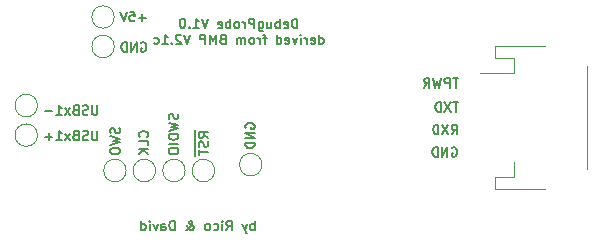
<source format=gbr>
%TF.GenerationSoftware,KiCad,Pcbnew,(5.1.5)-3*%
%TF.CreationDate,2020-08-07T14:40:55+02:00*%
%TF.ProjectId,bmp22,626d7032-322e-46b6-9963-61645f706362,rev?*%
%TF.SameCoordinates,Original*%
%TF.FileFunction,Legend,Bot*%
%TF.FilePolarity,Positive*%
%FSLAX46Y46*%
G04 Gerber Fmt 4.6, Leading zero omitted, Abs format (unit mm)*
G04 Created by KiCad (PCBNEW (5.1.5)-3) date 2020-08-07 14:40:55*
%MOMM*%
%LPD*%
G04 APERTURE LIST*
%ADD10C,0.150000*%
%ADD11C,0.120000*%
G04 APERTURE END LIST*
D10*
X141325000Y-139553904D02*
X141325000Y-138753904D01*
X141325000Y-139058666D02*
X141248809Y-139020571D01*
X141096428Y-139020571D01*
X141020238Y-139058666D01*
X140982142Y-139096761D01*
X140944047Y-139172952D01*
X140944047Y-139401523D01*
X140982142Y-139477714D01*
X141020238Y-139515809D01*
X141096428Y-139553904D01*
X141248809Y-139553904D01*
X141325000Y-139515809D01*
X140677380Y-139020571D02*
X140486904Y-139553904D01*
X140296428Y-139020571D02*
X140486904Y-139553904D01*
X140563095Y-139744380D01*
X140601190Y-139782476D01*
X140677380Y-139820571D01*
X138925000Y-139553904D02*
X139191666Y-139172952D01*
X139382142Y-139553904D02*
X139382142Y-138753904D01*
X139077380Y-138753904D01*
X139001190Y-138792000D01*
X138963095Y-138830095D01*
X138925000Y-138906285D01*
X138925000Y-139020571D01*
X138963095Y-139096761D01*
X139001190Y-139134857D01*
X139077380Y-139172952D01*
X139382142Y-139172952D01*
X138582142Y-139553904D02*
X138582142Y-139020571D01*
X138582142Y-138753904D02*
X138620238Y-138792000D01*
X138582142Y-138830095D01*
X138544047Y-138792000D01*
X138582142Y-138753904D01*
X138582142Y-138830095D01*
X137858333Y-139515809D02*
X137934523Y-139553904D01*
X138086904Y-139553904D01*
X138163095Y-139515809D01*
X138201190Y-139477714D01*
X138239285Y-139401523D01*
X138239285Y-139172952D01*
X138201190Y-139096761D01*
X138163095Y-139058666D01*
X138086904Y-139020571D01*
X137934523Y-139020571D01*
X137858333Y-139058666D01*
X137401190Y-139553904D02*
X137477380Y-139515809D01*
X137515476Y-139477714D01*
X137553571Y-139401523D01*
X137553571Y-139172952D01*
X137515476Y-139096761D01*
X137477380Y-139058666D01*
X137401190Y-139020571D01*
X137286904Y-139020571D01*
X137210714Y-139058666D01*
X137172619Y-139096761D01*
X137134523Y-139172952D01*
X137134523Y-139401523D01*
X137172619Y-139477714D01*
X137210714Y-139515809D01*
X137286904Y-139553904D01*
X137401190Y-139553904D01*
X135534523Y-139553904D02*
X135572619Y-139553904D01*
X135648809Y-139515809D01*
X135763095Y-139401523D01*
X135953571Y-139172952D01*
X136029761Y-139058666D01*
X136067857Y-138944380D01*
X136067857Y-138868190D01*
X136029761Y-138792000D01*
X135953571Y-138753904D01*
X135915476Y-138753904D01*
X135839285Y-138792000D01*
X135801190Y-138868190D01*
X135801190Y-138906285D01*
X135839285Y-138982476D01*
X135877380Y-139020571D01*
X136105952Y-139172952D01*
X136144047Y-139211047D01*
X136182142Y-139287238D01*
X136182142Y-139401523D01*
X136144047Y-139477714D01*
X136105952Y-139515809D01*
X136029761Y-139553904D01*
X135915476Y-139553904D01*
X135839285Y-139515809D01*
X135801190Y-139477714D01*
X135686904Y-139325333D01*
X135648809Y-139211047D01*
X135648809Y-139134857D01*
X134582142Y-139553904D02*
X134582142Y-138753904D01*
X134391666Y-138753904D01*
X134277380Y-138792000D01*
X134201190Y-138868190D01*
X134163095Y-138944380D01*
X134125000Y-139096761D01*
X134125000Y-139211047D01*
X134163095Y-139363428D01*
X134201190Y-139439619D01*
X134277380Y-139515809D01*
X134391666Y-139553904D01*
X134582142Y-139553904D01*
X133439285Y-139553904D02*
X133439285Y-139134857D01*
X133477380Y-139058666D01*
X133553571Y-139020571D01*
X133705952Y-139020571D01*
X133782142Y-139058666D01*
X133439285Y-139515809D02*
X133515476Y-139553904D01*
X133705952Y-139553904D01*
X133782142Y-139515809D01*
X133820238Y-139439619D01*
X133820238Y-139363428D01*
X133782142Y-139287238D01*
X133705952Y-139249142D01*
X133515476Y-139249142D01*
X133439285Y-139211047D01*
X133134523Y-139020571D02*
X132944047Y-139553904D01*
X132753571Y-139020571D01*
X132448809Y-139553904D02*
X132448809Y-139020571D01*
X132448809Y-138753904D02*
X132486904Y-138792000D01*
X132448809Y-138830095D01*
X132410714Y-138792000D01*
X132448809Y-138753904D01*
X132448809Y-138830095D01*
X131725000Y-139553904D02*
X131725000Y-138753904D01*
X131725000Y-139515809D02*
X131801190Y-139553904D01*
X131953571Y-139553904D01*
X132029761Y-139515809D01*
X132067857Y-139477714D01*
X132105952Y-139401523D01*
X132105952Y-139172952D01*
X132067857Y-139096761D01*
X132029761Y-139058666D01*
X131953571Y-139020571D01*
X131801190Y-139020571D01*
X131725000Y-139058666D01*
X144952380Y-122432404D02*
X144952380Y-121632404D01*
X144761904Y-121632404D01*
X144647619Y-121670500D01*
X144571428Y-121746690D01*
X144533333Y-121822880D01*
X144495238Y-121975261D01*
X144495238Y-122089547D01*
X144533333Y-122241928D01*
X144571428Y-122318119D01*
X144647619Y-122394309D01*
X144761904Y-122432404D01*
X144952380Y-122432404D01*
X143847619Y-122394309D02*
X143923809Y-122432404D01*
X144076190Y-122432404D01*
X144152380Y-122394309D01*
X144190476Y-122318119D01*
X144190476Y-122013357D01*
X144152380Y-121937166D01*
X144076190Y-121899071D01*
X143923809Y-121899071D01*
X143847619Y-121937166D01*
X143809523Y-122013357D01*
X143809523Y-122089547D01*
X144190476Y-122165738D01*
X143466666Y-122432404D02*
X143466666Y-121632404D01*
X143466666Y-121937166D02*
X143390476Y-121899071D01*
X143238095Y-121899071D01*
X143161904Y-121937166D01*
X143123809Y-121975261D01*
X143085714Y-122051452D01*
X143085714Y-122280023D01*
X143123809Y-122356214D01*
X143161904Y-122394309D01*
X143238095Y-122432404D01*
X143390476Y-122432404D01*
X143466666Y-122394309D01*
X142400000Y-121899071D02*
X142400000Y-122432404D01*
X142742857Y-121899071D02*
X142742857Y-122318119D01*
X142704761Y-122394309D01*
X142628571Y-122432404D01*
X142514285Y-122432404D01*
X142438095Y-122394309D01*
X142400000Y-122356214D01*
X141676190Y-121899071D02*
X141676190Y-122546690D01*
X141714285Y-122622880D01*
X141752380Y-122660976D01*
X141828571Y-122699071D01*
X141942857Y-122699071D01*
X142019047Y-122660976D01*
X141676190Y-122394309D02*
X141752380Y-122432404D01*
X141904761Y-122432404D01*
X141980952Y-122394309D01*
X142019047Y-122356214D01*
X142057142Y-122280023D01*
X142057142Y-122051452D01*
X142019047Y-121975261D01*
X141980952Y-121937166D01*
X141904761Y-121899071D01*
X141752380Y-121899071D01*
X141676190Y-121937166D01*
X141295238Y-122432404D02*
X141295238Y-121632404D01*
X140990476Y-121632404D01*
X140914285Y-121670500D01*
X140876190Y-121708595D01*
X140838095Y-121784785D01*
X140838095Y-121899071D01*
X140876190Y-121975261D01*
X140914285Y-122013357D01*
X140990476Y-122051452D01*
X141295238Y-122051452D01*
X140495238Y-122432404D02*
X140495238Y-121899071D01*
X140495238Y-122051452D02*
X140457142Y-121975261D01*
X140419047Y-121937166D01*
X140342857Y-121899071D01*
X140266666Y-121899071D01*
X139885714Y-122432404D02*
X139961904Y-122394309D01*
X140000000Y-122356214D01*
X140038095Y-122280023D01*
X140038095Y-122051452D01*
X140000000Y-121975261D01*
X139961904Y-121937166D01*
X139885714Y-121899071D01*
X139771428Y-121899071D01*
X139695238Y-121937166D01*
X139657142Y-121975261D01*
X139619047Y-122051452D01*
X139619047Y-122280023D01*
X139657142Y-122356214D01*
X139695238Y-122394309D01*
X139771428Y-122432404D01*
X139885714Y-122432404D01*
X139276190Y-122432404D02*
X139276190Y-121632404D01*
X139276190Y-121937166D02*
X139200000Y-121899071D01*
X139047619Y-121899071D01*
X138971428Y-121937166D01*
X138933333Y-121975261D01*
X138895238Y-122051452D01*
X138895238Y-122280023D01*
X138933333Y-122356214D01*
X138971428Y-122394309D01*
X139047619Y-122432404D01*
X139200000Y-122432404D01*
X139276190Y-122394309D01*
X138247619Y-122394309D02*
X138323809Y-122432404D01*
X138476190Y-122432404D01*
X138552380Y-122394309D01*
X138590476Y-122318119D01*
X138590476Y-122013357D01*
X138552380Y-121937166D01*
X138476190Y-121899071D01*
X138323809Y-121899071D01*
X138247619Y-121937166D01*
X138209523Y-122013357D01*
X138209523Y-122089547D01*
X138590476Y-122165738D01*
X137371428Y-121632404D02*
X137104761Y-122432404D01*
X136838095Y-121632404D01*
X136152380Y-122432404D02*
X136609523Y-122432404D01*
X136380952Y-122432404D02*
X136380952Y-121632404D01*
X136457142Y-121746690D01*
X136533333Y-121822880D01*
X136609523Y-121860976D01*
X135809523Y-122356214D02*
X135771428Y-122394309D01*
X135809523Y-122432404D01*
X135847619Y-122394309D01*
X135809523Y-122356214D01*
X135809523Y-122432404D01*
X135276190Y-121632404D02*
X135200000Y-121632404D01*
X135123809Y-121670500D01*
X135085714Y-121708595D01*
X135047619Y-121784785D01*
X135009523Y-121937166D01*
X135009523Y-122127642D01*
X135047619Y-122280023D01*
X135085714Y-122356214D01*
X135123809Y-122394309D01*
X135200000Y-122432404D01*
X135276190Y-122432404D01*
X135352380Y-122394309D01*
X135390476Y-122356214D01*
X135428571Y-122280023D01*
X135466666Y-122127642D01*
X135466666Y-121937166D01*
X135428571Y-121784785D01*
X135390476Y-121708595D01*
X135352380Y-121670500D01*
X135276190Y-121632404D01*
X146800000Y-123782404D02*
X146800000Y-122982404D01*
X146800000Y-123744309D02*
X146876190Y-123782404D01*
X147028571Y-123782404D01*
X147104761Y-123744309D01*
X147142857Y-123706214D01*
X147180952Y-123630023D01*
X147180952Y-123401452D01*
X147142857Y-123325261D01*
X147104761Y-123287166D01*
X147028571Y-123249071D01*
X146876190Y-123249071D01*
X146800000Y-123287166D01*
X146114285Y-123744309D02*
X146190476Y-123782404D01*
X146342857Y-123782404D01*
X146419047Y-123744309D01*
X146457142Y-123668119D01*
X146457142Y-123363357D01*
X146419047Y-123287166D01*
X146342857Y-123249071D01*
X146190476Y-123249071D01*
X146114285Y-123287166D01*
X146076190Y-123363357D01*
X146076190Y-123439547D01*
X146457142Y-123515738D01*
X145733333Y-123782404D02*
X145733333Y-123249071D01*
X145733333Y-123401452D02*
X145695238Y-123325261D01*
X145657142Y-123287166D01*
X145580952Y-123249071D01*
X145504761Y-123249071D01*
X145238095Y-123782404D02*
X145238095Y-123249071D01*
X145238095Y-122982404D02*
X145276190Y-123020500D01*
X145238095Y-123058595D01*
X145200000Y-123020500D01*
X145238095Y-122982404D01*
X145238095Y-123058595D01*
X144933333Y-123249071D02*
X144742857Y-123782404D01*
X144552380Y-123249071D01*
X143942857Y-123744309D02*
X144019047Y-123782404D01*
X144171428Y-123782404D01*
X144247619Y-123744309D01*
X144285714Y-123668119D01*
X144285714Y-123363357D01*
X144247619Y-123287166D01*
X144171428Y-123249071D01*
X144019047Y-123249071D01*
X143942857Y-123287166D01*
X143904761Y-123363357D01*
X143904761Y-123439547D01*
X144285714Y-123515738D01*
X143219047Y-123782404D02*
X143219047Y-122982404D01*
X143219047Y-123744309D02*
X143295238Y-123782404D01*
X143447619Y-123782404D01*
X143523809Y-123744309D01*
X143561904Y-123706214D01*
X143600000Y-123630023D01*
X143600000Y-123401452D01*
X143561904Y-123325261D01*
X143523809Y-123287166D01*
X143447619Y-123249071D01*
X143295238Y-123249071D01*
X143219047Y-123287166D01*
X142342857Y-123249071D02*
X142038095Y-123249071D01*
X142228571Y-123782404D02*
X142228571Y-123096690D01*
X142190476Y-123020500D01*
X142114285Y-122982404D01*
X142038095Y-122982404D01*
X141771428Y-123782404D02*
X141771428Y-123249071D01*
X141771428Y-123401452D02*
X141733333Y-123325261D01*
X141695238Y-123287166D01*
X141619047Y-123249071D01*
X141542857Y-123249071D01*
X141161904Y-123782404D02*
X141238095Y-123744309D01*
X141276190Y-123706214D01*
X141314285Y-123630023D01*
X141314285Y-123401452D01*
X141276190Y-123325261D01*
X141238095Y-123287166D01*
X141161904Y-123249071D01*
X141047619Y-123249071D01*
X140971428Y-123287166D01*
X140933333Y-123325261D01*
X140895238Y-123401452D01*
X140895238Y-123630023D01*
X140933333Y-123706214D01*
X140971428Y-123744309D01*
X141047619Y-123782404D01*
X141161904Y-123782404D01*
X140552380Y-123782404D02*
X140552380Y-123249071D01*
X140552380Y-123325261D02*
X140514285Y-123287166D01*
X140438095Y-123249071D01*
X140323809Y-123249071D01*
X140247619Y-123287166D01*
X140209523Y-123363357D01*
X140209523Y-123782404D01*
X140209523Y-123363357D02*
X140171428Y-123287166D01*
X140095238Y-123249071D01*
X139980952Y-123249071D01*
X139904761Y-123287166D01*
X139866666Y-123363357D01*
X139866666Y-123782404D01*
X138609523Y-123363357D02*
X138495238Y-123401452D01*
X138457142Y-123439547D01*
X138419047Y-123515738D01*
X138419047Y-123630023D01*
X138457142Y-123706214D01*
X138495238Y-123744309D01*
X138571428Y-123782404D01*
X138876190Y-123782404D01*
X138876190Y-122982404D01*
X138609523Y-122982404D01*
X138533333Y-123020500D01*
X138495238Y-123058595D01*
X138457142Y-123134785D01*
X138457142Y-123210976D01*
X138495238Y-123287166D01*
X138533333Y-123325261D01*
X138609523Y-123363357D01*
X138876190Y-123363357D01*
X138076190Y-123782404D02*
X138076190Y-122982404D01*
X137809523Y-123553833D01*
X137542857Y-122982404D01*
X137542857Y-123782404D01*
X137161904Y-123782404D02*
X137161904Y-122982404D01*
X136857142Y-122982404D01*
X136780952Y-123020500D01*
X136742857Y-123058595D01*
X136704761Y-123134785D01*
X136704761Y-123249071D01*
X136742857Y-123325261D01*
X136780952Y-123363357D01*
X136857142Y-123401452D01*
X137161904Y-123401452D01*
X135866666Y-122982404D02*
X135600000Y-123782404D01*
X135333333Y-122982404D01*
X135104761Y-123058595D02*
X135066666Y-123020500D01*
X134990476Y-122982404D01*
X134800000Y-122982404D01*
X134723809Y-123020500D01*
X134685714Y-123058595D01*
X134647619Y-123134785D01*
X134647619Y-123210976D01*
X134685714Y-123325261D01*
X135142857Y-123782404D01*
X134647619Y-123782404D01*
X134304761Y-123706214D02*
X134266666Y-123744309D01*
X134304761Y-123782404D01*
X134342857Y-123744309D01*
X134304761Y-123706214D01*
X134304761Y-123782404D01*
X133504761Y-123782404D02*
X133961904Y-123782404D01*
X133733333Y-123782404D02*
X133733333Y-122982404D01*
X133809523Y-123096690D01*
X133885714Y-123172880D01*
X133961904Y-123210976D01*
X132819047Y-123744309D02*
X132895238Y-123782404D01*
X133047619Y-123782404D01*
X133123809Y-123744309D01*
X133161904Y-123706214D01*
X133200000Y-123630023D01*
X133200000Y-123401452D01*
X133161904Y-123325261D01*
X133123809Y-123287166D01*
X133047619Y-123249071D01*
X132895238Y-123249071D01*
X132819047Y-123287166D01*
X158042976Y-132569000D02*
X158119166Y-132530904D01*
X158233452Y-132530904D01*
X158347738Y-132569000D01*
X158423928Y-132645190D01*
X158462023Y-132721380D01*
X158500119Y-132873761D01*
X158500119Y-132988047D01*
X158462023Y-133140428D01*
X158423928Y-133216619D01*
X158347738Y-133292809D01*
X158233452Y-133330904D01*
X158157261Y-133330904D01*
X158042976Y-133292809D01*
X158004880Y-133254714D01*
X158004880Y-132988047D01*
X158157261Y-132988047D01*
X157662023Y-133330904D02*
X157662023Y-132530904D01*
X157204880Y-133330904D01*
X157204880Y-132530904D01*
X156823928Y-133330904D02*
X156823928Y-132530904D01*
X156633452Y-132530904D01*
X156519166Y-132569000D01*
X156442976Y-132645190D01*
X156404880Y-132721380D01*
X156366785Y-132873761D01*
X156366785Y-132988047D01*
X156404880Y-133140428D01*
X156442976Y-133216619D01*
X156519166Y-133292809D01*
X156633452Y-133330904D01*
X156823928Y-133330904D01*
X158576309Y-128720904D02*
X158119166Y-128720904D01*
X158347738Y-129520904D02*
X158347738Y-128720904D01*
X157928690Y-128720904D02*
X157395357Y-129520904D01*
X157395357Y-128720904D02*
X157928690Y-129520904D01*
X157090595Y-129520904D02*
X157090595Y-128720904D01*
X156900119Y-128720904D01*
X156785833Y-128759000D01*
X156709642Y-128835190D01*
X156671547Y-128911380D01*
X156633452Y-129063761D01*
X156633452Y-129178047D01*
X156671547Y-129330428D01*
X156709642Y-129406619D01*
X156785833Y-129482809D01*
X156900119Y-129520904D01*
X157090595Y-129520904D01*
X158004880Y-131425904D02*
X158271547Y-131044952D01*
X158462023Y-131425904D02*
X158462023Y-130625904D01*
X158157261Y-130625904D01*
X158081071Y-130664000D01*
X158042976Y-130702095D01*
X158004880Y-130778285D01*
X158004880Y-130892571D01*
X158042976Y-130968761D01*
X158081071Y-131006857D01*
X158157261Y-131044952D01*
X158462023Y-131044952D01*
X157738214Y-130625904D02*
X157204880Y-131425904D01*
X157204880Y-130625904D02*
X157738214Y-131425904D01*
X156900119Y-131425904D02*
X156900119Y-130625904D01*
X156709642Y-130625904D01*
X156595357Y-130664000D01*
X156519166Y-130740190D01*
X156481071Y-130816380D01*
X156442976Y-130968761D01*
X156442976Y-131083047D01*
X156481071Y-131235428D01*
X156519166Y-131311619D01*
X156595357Y-131387809D01*
X156709642Y-131425904D01*
X156900119Y-131425904D01*
X158576309Y-126688904D02*
X158119166Y-126688904D01*
X158347738Y-127488904D02*
X158347738Y-126688904D01*
X157852500Y-127488904D02*
X157852500Y-126688904D01*
X157547738Y-126688904D01*
X157471547Y-126727000D01*
X157433452Y-126765095D01*
X157395357Y-126841285D01*
X157395357Y-126955571D01*
X157433452Y-127031761D01*
X157471547Y-127069857D01*
X157547738Y-127107952D01*
X157852500Y-127107952D01*
X157128690Y-126688904D02*
X156938214Y-127488904D01*
X156785833Y-126917476D01*
X156633452Y-127488904D01*
X156442976Y-126688904D01*
X155681071Y-127488904D02*
X155947738Y-127107952D01*
X156138214Y-127488904D02*
X156138214Y-126688904D01*
X155833452Y-126688904D01*
X155757261Y-126727000D01*
X155719166Y-126765095D01*
X155681071Y-126841285D01*
X155681071Y-126955571D01*
X155719166Y-127031761D01*
X155757261Y-127069857D01*
X155833452Y-127107952D01*
X156138214Y-127107952D01*
D11*
%TO.C,TP309*%
X141950000Y-134000000D02*
G75*
G03X141950000Y-134000000I-950000J0D01*
G01*
%TO.C,TP308*%
X135450000Y-134500000D02*
G75*
G03X135450000Y-134500000I-950000J0D01*
G01*
%TO.C,TP307*%
X132950000Y-134500000D02*
G75*
G03X132950000Y-134500000I-950000J0D01*
G01*
%TO.C,TP306*%
X130450000Y-134500000D02*
G75*
G03X130450000Y-134500000I-950000J0D01*
G01*
%TO.C,TP305*%
X129450000Y-124000000D02*
G75*
G03X129450000Y-124000000I-950000J0D01*
G01*
%TO.C,TP304*%
X122950000Y-131500000D02*
G75*
G03X122950000Y-131500000I-950000J0D01*
G01*
%TO.C,TP303*%
X122950000Y-129000000D02*
G75*
G03X122950000Y-129000000I-950000J0D01*
G01*
%TO.C,TP302*%
X129450000Y-121500000D02*
G75*
G03X129450000Y-121500000I-950000J0D01*
G01*
%TO.C,TP301*%
X137950000Y-134500000D02*
G75*
G03X137950000Y-134500000I-950000J0D01*
G01*
%TO.C,J202*%
X165940000Y-123940000D02*
X161690000Y-123940000D01*
X161690000Y-123940000D02*
X161690000Y-124960000D01*
X161690000Y-124960000D02*
X163290000Y-124960000D01*
X163290000Y-124960000D02*
X163290000Y-126240000D01*
X163290000Y-126240000D02*
X160400000Y-126240000D01*
X165940000Y-136060000D02*
X161690000Y-136060000D01*
X161690000Y-136060000D02*
X161690000Y-135040000D01*
X161690000Y-135040000D02*
X163290000Y-135040000D01*
X163290000Y-135040000D02*
X163290000Y-133760000D01*
X169510000Y-125660000D02*
X169510000Y-134340000D01*
%TO.C,TP309*%
D10*
X140570000Y-130915928D02*
X140531904Y-130839738D01*
X140531904Y-130725452D01*
X140570000Y-130611166D01*
X140646190Y-130534976D01*
X140722380Y-130496880D01*
X140874761Y-130458785D01*
X140989047Y-130458785D01*
X141141428Y-130496880D01*
X141217619Y-130534976D01*
X141293809Y-130611166D01*
X141331904Y-130725452D01*
X141331904Y-130801642D01*
X141293809Y-130915928D01*
X141255714Y-130954023D01*
X140989047Y-130954023D01*
X140989047Y-130801642D01*
X141331904Y-131296880D02*
X140531904Y-131296880D01*
X141331904Y-131754023D01*
X140531904Y-131754023D01*
X141331904Y-132134976D02*
X140531904Y-132134976D01*
X140531904Y-132325452D01*
X140570000Y-132439738D01*
X140646190Y-132515928D01*
X140722380Y-132554023D01*
X140874761Y-132592119D01*
X140989047Y-132592119D01*
X141141428Y-132554023D01*
X141217619Y-132515928D01*
X141293809Y-132439738D01*
X141331904Y-132325452D01*
X141331904Y-132134976D01*
%TO.C,TP308*%
X134816809Y-129709642D02*
X134854904Y-129823928D01*
X134854904Y-130014404D01*
X134816809Y-130090595D01*
X134778714Y-130128690D01*
X134702523Y-130166785D01*
X134626333Y-130166785D01*
X134550142Y-130128690D01*
X134512047Y-130090595D01*
X134473952Y-130014404D01*
X134435857Y-129862023D01*
X134397761Y-129785833D01*
X134359666Y-129747738D01*
X134283476Y-129709642D01*
X134207285Y-129709642D01*
X134131095Y-129747738D01*
X134093000Y-129785833D01*
X134054904Y-129862023D01*
X134054904Y-130052500D01*
X134093000Y-130166785D01*
X134054904Y-130433452D02*
X134854904Y-130623928D01*
X134283476Y-130776309D01*
X134854904Y-130928690D01*
X134054904Y-131119166D01*
X134854904Y-131423928D02*
X134054904Y-131423928D01*
X134054904Y-131614404D01*
X134093000Y-131728690D01*
X134169190Y-131804880D01*
X134245380Y-131842976D01*
X134397761Y-131881071D01*
X134512047Y-131881071D01*
X134664428Y-131842976D01*
X134740619Y-131804880D01*
X134816809Y-131728690D01*
X134854904Y-131614404D01*
X134854904Y-131423928D01*
X134854904Y-132223928D02*
X134054904Y-132223928D01*
X134054904Y-132757261D02*
X134054904Y-132909642D01*
X134093000Y-132985833D01*
X134169190Y-133062023D01*
X134321571Y-133100119D01*
X134588238Y-133100119D01*
X134740619Y-133062023D01*
X134816809Y-132985833D01*
X134854904Y-132909642D01*
X134854904Y-132757261D01*
X134816809Y-132681071D01*
X134740619Y-132604880D01*
X134588238Y-132566785D01*
X134321571Y-132566785D01*
X134169190Y-132604880D01*
X134093000Y-132681071D01*
X134054904Y-132757261D01*
%TO.C,TP307*%
X132238714Y-131652500D02*
X132276809Y-131614404D01*
X132314904Y-131500119D01*
X132314904Y-131423928D01*
X132276809Y-131309642D01*
X132200619Y-131233452D01*
X132124428Y-131195357D01*
X131972047Y-131157261D01*
X131857761Y-131157261D01*
X131705380Y-131195357D01*
X131629190Y-131233452D01*
X131553000Y-131309642D01*
X131514904Y-131423928D01*
X131514904Y-131500119D01*
X131553000Y-131614404D01*
X131591095Y-131652500D01*
X132314904Y-132376309D02*
X132314904Y-131995357D01*
X131514904Y-131995357D01*
X132314904Y-132642976D02*
X131514904Y-132642976D01*
X132314904Y-133100119D02*
X131857761Y-132757261D01*
X131514904Y-133100119D02*
X131972047Y-132642976D01*
%TO.C,TP306*%
X129863809Y-130890595D02*
X129901904Y-131004880D01*
X129901904Y-131195357D01*
X129863809Y-131271547D01*
X129825714Y-131309642D01*
X129749523Y-131347738D01*
X129673333Y-131347738D01*
X129597142Y-131309642D01*
X129559047Y-131271547D01*
X129520952Y-131195357D01*
X129482857Y-131042976D01*
X129444761Y-130966785D01*
X129406666Y-130928690D01*
X129330476Y-130890595D01*
X129254285Y-130890595D01*
X129178095Y-130928690D01*
X129140000Y-130966785D01*
X129101904Y-131042976D01*
X129101904Y-131233452D01*
X129140000Y-131347738D01*
X129101904Y-131614404D02*
X129901904Y-131804880D01*
X129330476Y-131957261D01*
X129901904Y-132109642D01*
X129101904Y-132300119D01*
X129101904Y-132757261D02*
X129101904Y-132909642D01*
X129140000Y-132985833D01*
X129216190Y-133062023D01*
X129368571Y-133100119D01*
X129635238Y-133100119D01*
X129787619Y-133062023D01*
X129863809Y-132985833D01*
X129901904Y-132909642D01*
X129901904Y-132757261D01*
X129863809Y-132681071D01*
X129787619Y-132604880D01*
X129635238Y-132566785D01*
X129368571Y-132566785D01*
X129216190Y-132604880D01*
X129140000Y-132681071D01*
X129101904Y-132757261D01*
%TO.C,TP305*%
X131720071Y-123679000D02*
X131796261Y-123640904D01*
X131910547Y-123640904D01*
X132024833Y-123679000D01*
X132101023Y-123755190D01*
X132139119Y-123831380D01*
X132177214Y-123983761D01*
X132177214Y-124098047D01*
X132139119Y-124250428D01*
X132101023Y-124326619D01*
X132024833Y-124402809D01*
X131910547Y-124440904D01*
X131834357Y-124440904D01*
X131720071Y-124402809D01*
X131681976Y-124364714D01*
X131681976Y-124098047D01*
X131834357Y-124098047D01*
X131339119Y-124440904D02*
X131339119Y-123640904D01*
X130881976Y-124440904D01*
X130881976Y-123640904D01*
X130501023Y-124440904D02*
X130501023Y-123640904D01*
X130310547Y-123640904D01*
X130196261Y-123679000D01*
X130120071Y-123755190D01*
X130081976Y-123831380D01*
X130043880Y-123983761D01*
X130043880Y-124098047D01*
X130081976Y-124250428D01*
X130120071Y-124326619D01*
X130196261Y-124402809D01*
X130310547Y-124440904D01*
X130501023Y-124440904D01*
%TO.C,TP304*%
X128024023Y-131133904D02*
X128024023Y-131781523D01*
X127985928Y-131857714D01*
X127947833Y-131895809D01*
X127871642Y-131933904D01*
X127719261Y-131933904D01*
X127643071Y-131895809D01*
X127604976Y-131857714D01*
X127566880Y-131781523D01*
X127566880Y-131133904D01*
X127224023Y-131895809D02*
X127109738Y-131933904D01*
X126919261Y-131933904D01*
X126843071Y-131895809D01*
X126804976Y-131857714D01*
X126766880Y-131781523D01*
X126766880Y-131705333D01*
X126804976Y-131629142D01*
X126843071Y-131591047D01*
X126919261Y-131552952D01*
X127071642Y-131514857D01*
X127147833Y-131476761D01*
X127185928Y-131438666D01*
X127224023Y-131362476D01*
X127224023Y-131286285D01*
X127185928Y-131210095D01*
X127147833Y-131172000D01*
X127071642Y-131133904D01*
X126881166Y-131133904D01*
X126766880Y-131172000D01*
X126157357Y-131514857D02*
X126043071Y-131552952D01*
X126004976Y-131591047D01*
X125966880Y-131667238D01*
X125966880Y-131781523D01*
X126004976Y-131857714D01*
X126043071Y-131895809D01*
X126119261Y-131933904D01*
X126424023Y-131933904D01*
X126424023Y-131133904D01*
X126157357Y-131133904D01*
X126081166Y-131172000D01*
X126043071Y-131210095D01*
X126004976Y-131286285D01*
X126004976Y-131362476D01*
X126043071Y-131438666D01*
X126081166Y-131476761D01*
X126157357Y-131514857D01*
X126424023Y-131514857D01*
X125700214Y-131933904D02*
X125281166Y-131400571D01*
X125700214Y-131400571D02*
X125281166Y-131933904D01*
X124557357Y-131933904D02*
X125014500Y-131933904D01*
X124785928Y-131933904D02*
X124785928Y-131133904D01*
X124862119Y-131248190D01*
X124938309Y-131324380D01*
X125014500Y-131362476D01*
X124214500Y-131629142D02*
X123604976Y-131629142D01*
X123909738Y-131933904D02*
X123909738Y-131324380D01*
%TO.C,TP303*%
X128024023Y-128974904D02*
X128024023Y-129622523D01*
X127985928Y-129698714D01*
X127947833Y-129736809D01*
X127871642Y-129774904D01*
X127719261Y-129774904D01*
X127643071Y-129736809D01*
X127604976Y-129698714D01*
X127566880Y-129622523D01*
X127566880Y-128974904D01*
X127224023Y-129736809D02*
X127109738Y-129774904D01*
X126919261Y-129774904D01*
X126843071Y-129736809D01*
X126804976Y-129698714D01*
X126766880Y-129622523D01*
X126766880Y-129546333D01*
X126804976Y-129470142D01*
X126843071Y-129432047D01*
X126919261Y-129393952D01*
X127071642Y-129355857D01*
X127147833Y-129317761D01*
X127185928Y-129279666D01*
X127224023Y-129203476D01*
X127224023Y-129127285D01*
X127185928Y-129051095D01*
X127147833Y-129013000D01*
X127071642Y-128974904D01*
X126881166Y-128974904D01*
X126766880Y-129013000D01*
X126157357Y-129355857D02*
X126043071Y-129393952D01*
X126004976Y-129432047D01*
X125966880Y-129508238D01*
X125966880Y-129622523D01*
X126004976Y-129698714D01*
X126043071Y-129736809D01*
X126119261Y-129774904D01*
X126424023Y-129774904D01*
X126424023Y-128974904D01*
X126157357Y-128974904D01*
X126081166Y-129013000D01*
X126043071Y-129051095D01*
X126004976Y-129127285D01*
X126004976Y-129203476D01*
X126043071Y-129279666D01*
X126081166Y-129317761D01*
X126157357Y-129355857D01*
X126424023Y-129355857D01*
X125700214Y-129774904D02*
X125281166Y-129241571D01*
X125700214Y-129241571D02*
X125281166Y-129774904D01*
X124557357Y-129774904D02*
X125014500Y-129774904D01*
X124785928Y-129774904D02*
X124785928Y-128974904D01*
X124862119Y-129089190D01*
X124938309Y-129165380D01*
X125014500Y-129203476D01*
X124214500Y-129470142D02*
X123604976Y-129470142D01*
%TO.C,TP302*%
X132139119Y-121557142D02*
X131529595Y-121557142D01*
X131834357Y-121861904D02*
X131834357Y-121252380D01*
X130767690Y-121061904D02*
X131148642Y-121061904D01*
X131186738Y-121442857D01*
X131148642Y-121404761D01*
X131072452Y-121366666D01*
X130881976Y-121366666D01*
X130805785Y-121404761D01*
X130767690Y-121442857D01*
X130729595Y-121519047D01*
X130729595Y-121709523D01*
X130767690Y-121785714D01*
X130805785Y-121823809D01*
X130881976Y-121861904D01*
X131072452Y-121861904D01*
X131148642Y-121823809D01*
X131186738Y-121785714D01*
X130501023Y-121061904D02*
X130234357Y-121861904D01*
X129967690Y-121061904D01*
%TO.C,TP301*%
X136262000Y-131081071D02*
X136262000Y-131881071D01*
X137394904Y-131728690D02*
X137013952Y-131462023D01*
X137394904Y-131271547D02*
X136594904Y-131271547D01*
X136594904Y-131576309D01*
X136633000Y-131652500D01*
X136671095Y-131690595D01*
X136747285Y-131728690D01*
X136861571Y-131728690D01*
X136937761Y-131690595D01*
X136975857Y-131652500D01*
X137013952Y-131576309D01*
X137013952Y-131271547D01*
X136262000Y-131881071D02*
X136262000Y-132642976D01*
X137356809Y-132033452D02*
X137394904Y-132147738D01*
X137394904Y-132338214D01*
X137356809Y-132414404D01*
X137318714Y-132452500D01*
X137242523Y-132490595D01*
X137166333Y-132490595D01*
X137090142Y-132452500D01*
X137052047Y-132414404D01*
X137013952Y-132338214D01*
X136975857Y-132185833D01*
X136937761Y-132109642D01*
X136899666Y-132071547D01*
X136823476Y-132033452D01*
X136747285Y-132033452D01*
X136671095Y-132071547D01*
X136633000Y-132109642D01*
X136594904Y-132185833D01*
X136594904Y-132376309D01*
X136633000Y-132490595D01*
X136262000Y-132642976D02*
X136262000Y-133252500D01*
X136594904Y-132719166D02*
X136594904Y-133176309D01*
X137394904Y-132947738D02*
X136594904Y-132947738D01*
%TD*%
M02*

</source>
